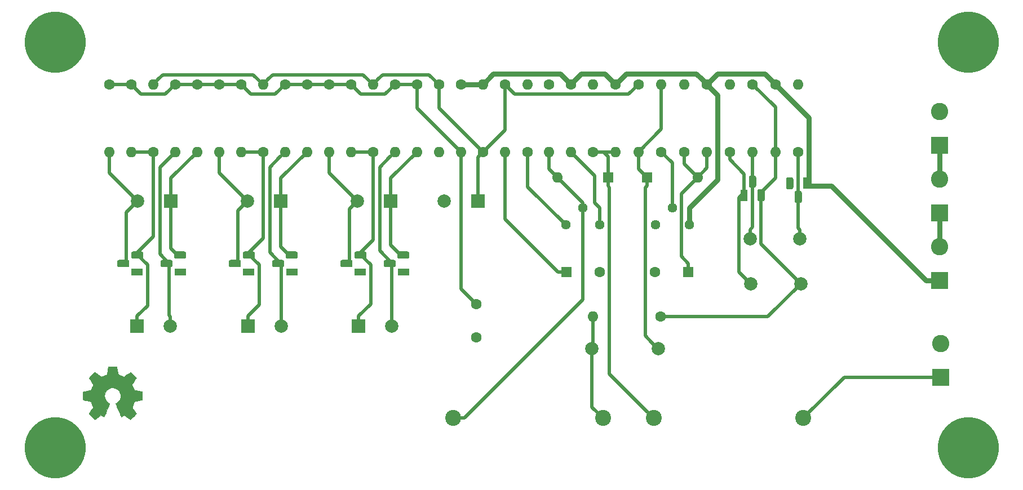
<source format=gbr>
G04 #@! TF.GenerationSoftware,KiCad,Pcbnew,(5.1.0)-1*
G04 #@! TF.CreationDate,2022-08-15T09:48:56-05:00*
G04 #@! TF.ProjectId,surfgen,73757266-6765-46e2-9e6b-696361645f70,rev?*
G04 #@! TF.SameCoordinates,Original*
G04 #@! TF.FileFunction,Copper,L1,Top*
G04 #@! TF.FilePolarity,Positive*
%FSLAX46Y46*%
G04 Gerber Fmt 4.6, Leading zero omitted, Abs format (unit mm)*
G04 Created by KiCad (PCBNEW (5.1.0)-1) date 2022-08-15 09:48:56*
%MOMM*%
%LPD*%
G04 APERTURE LIST*
%ADD10C,0.010000*%
%ADD11C,1.600000*%
%ADD12C,9.200000*%
%ADD13C,2.600000*%
%ADD14R,2.600000X2.600000*%
%ADD15C,2.400000*%
%ADD16O,1.600000X1.600000*%
%ADD17R,1.100000X1.800000*%
%ADD18C,0.100000*%
%ADD19C,1.100000*%
%ADD20R,1.800000X1.100000*%
%ADD21C,1.440000*%
%ADD22R,1.600000X1.600000*%
%ADD23C,2.000000*%
%ADD24R,2.000000X2.000000*%
%ADD25C,0.800000*%
%ADD26C,0.500000*%
G04 APERTURE END LIST*
D10*
G36*
X93964536Y-119790427D02*
G01*
X94077118Y-120387618D01*
X94492531Y-120558865D01*
X94907945Y-120730112D01*
X95406302Y-120391233D01*
X95545869Y-120296877D01*
X95672029Y-120212630D01*
X95778896Y-120142338D01*
X95860583Y-120089847D01*
X95911202Y-120059004D01*
X95924987Y-120052353D01*
X95949821Y-120069458D01*
X96002889Y-120116744D01*
X96078241Y-120188172D01*
X96169930Y-120277700D01*
X96272008Y-120379289D01*
X96378527Y-120486898D01*
X96483537Y-120594487D01*
X96581092Y-120696015D01*
X96665243Y-120785441D01*
X96730041Y-120856726D01*
X96769538Y-120903828D01*
X96778981Y-120919592D01*
X96765392Y-120948653D01*
X96727294Y-121012321D01*
X96668694Y-121104367D01*
X96593598Y-121218564D01*
X96506009Y-121348684D01*
X96455255Y-121422901D01*
X96362746Y-121558422D01*
X96280541Y-121680716D01*
X96212631Y-121783695D01*
X96163001Y-121861273D01*
X96135641Y-121907361D01*
X96131530Y-121917047D01*
X96140850Y-121944574D01*
X96166255Y-122008728D01*
X96203912Y-122100490D01*
X96249987Y-122210839D01*
X96300647Y-122330755D01*
X96352060Y-122451219D01*
X96400390Y-122563209D01*
X96441807Y-122657707D01*
X96472475Y-122725692D01*
X96488562Y-122758143D01*
X96489512Y-122759420D01*
X96514773Y-122765617D01*
X96582046Y-122779440D01*
X96684361Y-122799532D01*
X96814742Y-122824534D01*
X96966217Y-122853086D01*
X97054594Y-122869551D01*
X97216453Y-122900369D01*
X97362650Y-122929694D01*
X97485788Y-122955921D01*
X97578470Y-122977446D01*
X97633302Y-122992665D01*
X97644324Y-122997493D01*
X97655119Y-123030174D01*
X97663830Y-123103985D01*
X97670461Y-123210292D01*
X97675019Y-123340467D01*
X97677510Y-123485876D01*
X97677939Y-123637890D01*
X97676312Y-123787877D01*
X97672636Y-123927206D01*
X97666916Y-124047245D01*
X97659158Y-124139365D01*
X97649369Y-124194932D01*
X97643497Y-124206500D01*
X97608400Y-124220365D01*
X97534029Y-124240188D01*
X97430224Y-124263639D01*
X97306820Y-124288391D01*
X97263742Y-124296398D01*
X97056048Y-124334441D01*
X96891985Y-124365079D01*
X96766131Y-124389529D01*
X96673066Y-124409009D01*
X96607368Y-124424736D01*
X96563618Y-124437928D01*
X96536393Y-124449804D01*
X96520273Y-124461580D01*
X96518018Y-124463908D01*
X96495504Y-124501400D01*
X96461159Y-124574365D01*
X96418412Y-124673867D01*
X96370693Y-124790973D01*
X96321431Y-124916748D01*
X96274056Y-125042257D01*
X96231996Y-125158565D01*
X96198681Y-125256739D01*
X96177542Y-125327843D01*
X96172006Y-125362942D01*
X96172467Y-125364172D01*
X96191224Y-125392861D01*
X96233777Y-125455985D01*
X96295654Y-125546973D01*
X96372383Y-125659255D01*
X96459492Y-125786260D01*
X96484299Y-125822353D01*
X96572753Y-125953203D01*
X96650589Y-126072591D01*
X96713567Y-126173662D01*
X96757446Y-126249559D01*
X96777986Y-126293427D01*
X96778981Y-126298817D01*
X96761723Y-126327144D01*
X96714036Y-126383261D01*
X96642051Y-126461137D01*
X96551898Y-126554740D01*
X96449706Y-126658041D01*
X96341606Y-126765006D01*
X96233729Y-126869606D01*
X96132205Y-126965809D01*
X96043163Y-127047584D01*
X95972734Y-127108900D01*
X95927048Y-127143726D01*
X95914410Y-127149412D01*
X95884992Y-127136020D01*
X95824762Y-127099899D01*
X95743530Y-127047136D01*
X95681031Y-127004667D01*
X95567786Y-126926740D01*
X95433675Y-126834984D01*
X95299156Y-126743375D01*
X95226834Y-126694346D01*
X94982039Y-126528770D01*
X94776551Y-126639875D01*
X94682937Y-126688548D01*
X94603331Y-126726381D01*
X94549468Y-126747958D01*
X94535758Y-126750961D01*
X94519271Y-126728793D01*
X94486746Y-126666149D01*
X94440609Y-126568809D01*
X94383291Y-126442549D01*
X94317217Y-126293150D01*
X94244816Y-126126388D01*
X94168517Y-125948042D01*
X94090747Y-125763891D01*
X94013935Y-125579712D01*
X93940507Y-125401285D01*
X93872893Y-125234387D01*
X93813521Y-125084797D01*
X93764817Y-124958293D01*
X93729211Y-124860654D01*
X93709131Y-124797657D01*
X93705901Y-124776021D01*
X93731497Y-124748424D01*
X93787539Y-124703625D01*
X93862312Y-124650934D01*
X93868588Y-124646765D01*
X94061846Y-124492069D01*
X94217675Y-124311591D01*
X94334725Y-124111102D01*
X94411646Y-123896374D01*
X94447087Y-123673177D01*
X94439698Y-123447281D01*
X94388128Y-123224459D01*
X94291027Y-123010479D01*
X94262459Y-122963664D01*
X94113869Y-122774618D01*
X93938328Y-122622812D01*
X93741911Y-122509034D01*
X93530694Y-122434075D01*
X93310754Y-122398722D01*
X93088164Y-122403767D01*
X92869002Y-122449999D01*
X92659343Y-122538206D01*
X92465262Y-122669179D01*
X92405227Y-122722337D01*
X92252436Y-122888739D01*
X92141098Y-123063912D01*
X92064724Y-123260266D01*
X92022188Y-123454717D01*
X92011687Y-123673342D01*
X92046701Y-123893052D01*
X92123674Y-124106420D01*
X92239048Y-124306022D01*
X92389266Y-124484429D01*
X92570774Y-124634217D01*
X92594628Y-124650006D01*
X92670202Y-124701712D01*
X92727652Y-124746512D01*
X92755118Y-124775117D01*
X92755518Y-124776021D01*
X92749621Y-124806964D01*
X92726246Y-124877191D01*
X92687822Y-124980925D01*
X92636778Y-125112390D01*
X92575543Y-125265807D01*
X92506545Y-125435401D01*
X92432214Y-125615393D01*
X92354979Y-125800008D01*
X92277269Y-125983468D01*
X92201512Y-126159996D01*
X92130138Y-126323814D01*
X92065575Y-126469147D01*
X92010253Y-126590217D01*
X91966601Y-126681247D01*
X91937047Y-126736460D01*
X91925145Y-126750961D01*
X91888778Y-126739669D01*
X91820731Y-126709385D01*
X91732737Y-126665520D01*
X91684351Y-126639875D01*
X91478864Y-126528770D01*
X91234069Y-126694346D01*
X91109107Y-126779170D01*
X90972296Y-126872516D01*
X90844089Y-126960408D01*
X90779872Y-127004667D01*
X90689552Y-127065318D01*
X90613072Y-127113381D01*
X90560408Y-127142770D01*
X90543303Y-127148982D01*
X90518406Y-127132223D01*
X90463306Y-127085436D01*
X90383344Y-127013480D01*
X90283861Y-126921212D01*
X90170201Y-126813490D01*
X90098316Y-126744326D01*
X89972552Y-126620757D01*
X89863864Y-126510234D01*
X89776646Y-126417485D01*
X89715290Y-126347237D01*
X89684192Y-126304220D01*
X89681209Y-126295490D01*
X89695054Y-126262284D01*
X89733313Y-126195142D01*
X89791742Y-126100863D01*
X89866098Y-125986245D01*
X89952136Y-125858083D01*
X89976603Y-125822353D01*
X90065755Y-125692489D01*
X90145739Y-125575569D01*
X90212081Y-125478162D01*
X90260312Y-125406839D01*
X90285958Y-125368170D01*
X90288436Y-125364172D01*
X90284730Y-125333355D01*
X90265062Y-125265599D01*
X90232861Y-125169839D01*
X90191556Y-125055009D01*
X90144576Y-124930044D01*
X90095350Y-124803879D01*
X90047309Y-124685448D01*
X90003882Y-124583685D01*
X89968497Y-124507526D01*
X89944585Y-124465904D01*
X89942885Y-124463908D01*
X89928263Y-124452013D01*
X89903566Y-124440250D01*
X89863373Y-124427401D01*
X89802264Y-124412249D01*
X89714818Y-124393576D01*
X89595613Y-124370165D01*
X89439228Y-124340797D01*
X89240244Y-124304255D01*
X89197161Y-124296398D01*
X89069471Y-124271727D01*
X88958154Y-124247593D01*
X88873046Y-124226324D01*
X88823984Y-124210248D01*
X88817406Y-124206500D01*
X88806565Y-124173273D01*
X88797754Y-124099021D01*
X88790977Y-123992376D01*
X88786241Y-123861967D01*
X88783551Y-123716427D01*
X88782914Y-123564386D01*
X88784335Y-123414476D01*
X88787821Y-123275328D01*
X88793377Y-123155572D01*
X88801009Y-123063841D01*
X88810723Y-123008766D01*
X88816579Y-122997493D01*
X88849181Y-122986123D01*
X88923419Y-122967624D01*
X89031897Y-122943602D01*
X89167218Y-122915662D01*
X89321986Y-122885408D01*
X89406308Y-122869551D01*
X89566297Y-122839644D01*
X89708968Y-122812550D01*
X89827349Y-122789631D01*
X89914466Y-122772243D01*
X89963346Y-122761747D01*
X89971391Y-122759420D01*
X89984988Y-122733186D01*
X90013730Y-122669995D01*
X90053786Y-122578877D01*
X90101325Y-122468857D01*
X90152516Y-122348965D01*
X90203527Y-122228227D01*
X90250527Y-122115671D01*
X90289685Y-122020326D01*
X90317170Y-121951217D01*
X90329150Y-121917374D01*
X90329373Y-121915895D01*
X90315792Y-121889197D01*
X90277716Y-121827760D01*
X90219148Y-121737689D01*
X90144089Y-121625090D01*
X90056541Y-121496070D01*
X90005648Y-121421961D01*
X89912910Y-121286077D01*
X89830542Y-121162709D01*
X89762562Y-121058097D01*
X89712989Y-120978483D01*
X89685843Y-120930107D01*
X89681922Y-120919262D01*
X89698776Y-120894020D01*
X89745369Y-120840124D01*
X89815749Y-120763613D01*
X89903966Y-120670523D01*
X90004066Y-120566895D01*
X90110099Y-120458764D01*
X90216112Y-120352170D01*
X90316153Y-120253150D01*
X90404271Y-120167742D01*
X90474514Y-120101985D01*
X90520929Y-120061916D01*
X90536457Y-120052353D01*
X90561740Y-120065800D01*
X90622212Y-120103575D01*
X90711993Y-120161835D01*
X90825204Y-120236734D01*
X90955964Y-120324425D01*
X91054600Y-120391233D01*
X91552958Y-120730112D01*
X91968371Y-120558865D01*
X92383785Y-120387618D01*
X92496367Y-119790427D01*
X92608950Y-119193235D01*
X93851953Y-119193235D01*
X93964536Y-119790427D01*
X93964536Y-119790427D01*
G37*
X93964536Y-119790427D02*
X94077118Y-120387618D01*
X94492531Y-120558865D01*
X94907945Y-120730112D01*
X95406302Y-120391233D01*
X95545869Y-120296877D01*
X95672029Y-120212630D01*
X95778896Y-120142338D01*
X95860583Y-120089847D01*
X95911202Y-120059004D01*
X95924987Y-120052353D01*
X95949821Y-120069458D01*
X96002889Y-120116744D01*
X96078241Y-120188172D01*
X96169930Y-120277700D01*
X96272008Y-120379289D01*
X96378527Y-120486898D01*
X96483537Y-120594487D01*
X96581092Y-120696015D01*
X96665243Y-120785441D01*
X96730041Y-120856726D01*
X96769538Y-120903828D01*
X96778981Y-120919592D01*
X96765392Y-120948653D01*
X96727294Y-121012321D01*
X96668694Y-121104367D01*
X96593598Y-121218564D01*
X96506009Y-121348684D01*
X96455255Y-121422901D01*
X96362746Y-121558422D01*
X96280541Y-121680716D01*
X96212631Y-121783695D01*
X96163001Y-121861273D01*
X96135641Y-121907361D01*
X96131530Y-121917047D01*
X96140850Y-121944574D01*
X96166255Y-122008728D01*
X96203912Y-122100490D01*
X96249987Y-122210839D01*
X96300647Y-122330755D01*
X96352060Y-122451219D01*
X96400390Y-122563209D01*
X96441807Y-122657707D01*
X96472475Y-122725692D01*
X96488562Y-122758143D01*
X96489512Y-122759420D01*
X96514773Y-122765617D01*
X96582046Y-122779440D01*
X96684361Y-122799532D01*
X96814742Y-122824534D01*
X96966217Y-122853086D01*
X97054594Y-122869551D01*
X97216453Y-122900369D01*
X97362650Y-122929694D01*
X97485788Y-122955921D01*
X97578470Y-122977446D01*
X97633302Y-122992665D01*
X97644324Y-122997493D01*
X97655119Y-123030174D01*
X97663830Y-123103985D01*
X97670461Y-123210292D01*
X97675019Y-123340467D01*
X97677510Y-123485876D01*
X97677939Y-123637890D01*
X97676312Y-123787877D01*
X97672636Y-123927206D01*
X97666916Y-124047245D01*
X97659158Y-124139365D01*
X97649369Y-124194932D01*
X97643497Y-124206500D01*
X97608400Y-124220365D01*
X97534029Y-124240188D01*
X97430224Y-124263639D01*
X97306820Y-124288391D01*
X97263742Y-124296398D01*
X97056048Y-124334441D01*
X96891985Y-124365079D01*
X96766131Y-124389529D01*
X96673066Y-124409009D01*
X96607368Y-124424736D01*
X96563618Y-124437928D01*
X96536393Y-124449804D01*
X96520273Y-124461580D01*
X96518018Y-124463908D01*
X96495504Y-124501400D01*
X96461159Y-124574365D01*
X96418412Y-124673867D01*
X96370693Y-124790973D01*
X96321431Y-124916748D01*
X96274056Y-125042257D01*
X96231996Y-125158565D01*
X96198681Y-125256739D01*
X96177542Y-125327843D01*
X96172006Y-125362942D01*
X96172467Y-125364172D01*
X96191224Y-125392861D01*
X96233777Y-125455985D01*
X96295654Y-125546973D01*
X96372383Y-125659255D01*
X96459492Y-125786260D01*
X96484299Y-125822353D01*
X96572753Y-125953203D01*
X96650589Y-126072591D01*
X96713567Y-126173662D01*
X96757446Y-126249559D01*
X96777986Y-126293427D01*
X96778981Y-126298817D01*
X96761723Y-126327144D01*
X96714036Y-126383261D01*
X96642051Y-126461137D01*
X96551898Y-126554740D01*
X96449706Y-126658041D01*
X96341606Y-126765006D01*
X96233729Y-126869606D01*
X96132205Y-126965809D01*
X96043163Y-127047584D01*
X95972734Y-127108900D01*
X95927048Y-127143726D01*
X95914410Y-127149412D01*
X95884992Y-127136020D01*
X95824762Y-127099899D01*
X95743530Y-127047136D01*
X95681031Y-127004667D01*
X95567786Y-126926740D01*
X95433675Y-126834984D01*
X95299156Y-126743375D01*
X95226834Y-126694346D01*
X94982039Y-126528770D01*
X94776551Y-126639875D01*
X94682937Y-126688548D01*
X94603331Y-126726381D01*
X94549468Y-126747958D01*
X94535758Y-126750961D01*
X94519271Y-126728793D01*
X94486746Y-126666149D01*
X94440609Y-126568809D01*
X94383291Y-126442549D01*
X94317217Y-126293150D01*
X94244816Y-126126388D01*
X94168517Y-125948042D01*
X94090747Y-125763891D01*
X94013935Y-125579712D01*
X93940507Y-125401285D01*
X93872893Y-125234387D01*
X93813521Y-125084797D01*
X93764817Y-124958293D01*
X93729211Y-124860654D01*
X93709131Y-124797657D01*
X93705901Y-124776021D01*
X93731497Y-124748424D01*
X93787539Y-124703625D01*
X93862312Y-124650934D01*
X93868588Y-124646765D01*
X94061846Y-124492069D01*
X94217675Y-124311591D01*
X94334725Y-124111102D01*
X94411646Y-123896374D01*
X94447087Y-123673177D01*
X94439698Y-123447281D01*
X94388128Y-123224459D01*
X94291027Y-123010479D01*
X94262459Y-122963664D01*
X94113869Y-122774618D01*
X93938328Y-122622812D01*
X93741911Y-122509034D01*
X93530694Y-122434075D01*
X93310754Y-122398722D01*
X93088164Y-122403767D01*
X92869002Y-122449999D01*
X92659343Y-122538206D01*
X92465262Y-122669179D01*
X92405227Y-122722337D01*
X92252436Y-122888739D01*
X92141098Y-123063912D01*
X92064724Y-123260266D01*
X92022188Y-123454717D01*
X92011687Y-123673342D01*
X92046701Y-123893052D01*
X92123674Y-124106420D01*
X92239048Y-124306022D01*
X92389266Y-124484429D01*
X92570774Y-124634217D01*
X92594628Y-124650006D01*
X92670202Y-124701712D01*
X92727652Y-124746512D01*
X92755118Y-124775117D01*
X92755518Y-124776021D01*
X92749621Y-124806964D01*
X92726246Y-124877191D01*
X92687822Y-124980925D01*
X92636778Y-125112390D01*
X92575543Y-125265807D01*
X92506545Y-125435401D01*
X92432214Y-125615393D01*
X92354979Y-125800008D01*
X92277269Y-125983468D01*
X92201512Y-126159996D01*
X92130138Y-126323814D01*
X92065575Y-126469147D01*
X92010253Y-126590217D01*
X91966601Y-126681247D01*
X91937047Y-126736460D01*
X91925145Y-126750961D01*
X91888778Y-126739669D01*
X91820731Y-126709385D01*
X91732737Y-126665520D01*
X91684351Y-126639875D01*
X91478864Y-126528770D01*
X91234069Y-126694346D01*
X91109107Y-126779170D01*
X90972296Y-126872516D01*
X90844089Y-126960408D01*
X90779872Y-127004667D01*
X90689552Y-127065318D01*
X90613072Y-127113381D01*
X90560408Y-127142770D01*
X90543303Y-127148982D01*
X90518406Y-127132223D01*
X90463306Y-127085436D01*
X90383344Y-127013480D01*
X90283861Y-126921212D01*
X90170201Y-126813490D01*
X90098316Y-126744326D01*
X89972552Y-126620757D01*
X89863864Y-126510234D01*
X89776646Y-126417485D01*
X89715290Y-126347237D01*
X89684192Y-126304220D01*
X89681209Y-126295490D01*
X89695054Y-126262284D01*
X89733313Y-126195142D01*
X89791742Y-126100863D01*
X89866098Y-125986245D01*
X89952136Y-125858083D01*
X89976603Y-125822353D01*
X90065755Y-125692489D01*
X90145739Y-125575569D01*
X90212081Y-125478162D01*
X90260312Y-125406839D01*
X90285958Y-125368170D01*
X90288436Y-125364172D01*
X90284730Y-125333355D01*
X90265062Y-125265599D01*
X90232861Y-125169839D01*
X90191556Y-125055009D01*
X90144576Y-124930044D01*
X90095350Y-124803879D01*
X90047309Y-124685448D01*
X90003882Y-124583685D01*
X89968497Y-124507526D01*
X89944585Y-124465904D01*
X89942885Y-124463908D01*
X89928263Y-124452013D01*
X89903566Y-124440250D01*
X89863373Y-124427401D01*
X89802264Y-124412249D01*
X89714818Y-124393576D01*
X89595613Y-124370165D01*
X89439228Y-124340797D01*
X89240244Y-124304255D01*
X89197161Y-124296398D01*
X89069471Y-124271727D01*
X88958154Y-124247593D01*
X88873046Y-124226324D01*
X88823984Y-124210248D01*
X88817406Y-124206500D01*
X88806565Y-124173273D01*
X88797754Y-124099021D01*
X88790977Y-123992376D01*
X88786241Y-123861967D01*
X88783551Y-123716427D01*
X88782914Y-123564386D01*
X88784335Y-123414476D01*
X88787821Y-123275328D01*
X88793377Y-123155572D01*
X88801009Y-123063841D01*
X88810723Y-123008766D01*
X88816579Y-122997493D01*
X88849181Y-122986123D01*
X88923419Y-122967624D01*
X89031897Y-122943602D01*
X89167218Y-122915662D01*
X89321986Y-122885408D01*
X89406308Y-122869551D01*
X89566297Y-122839644D01*
X89708968Y-122812550D01*
X89827349Y-122789631D01*
X89914466Y-122772243D01*
X89963346Y-122761747D01*
X89971391Y-122759420D01*
X89984988Y-122733186D01*
X90013730Y-122669995D01*
X90053786Y-122578877D01*
X90101325Y-122468857D01*
X90152516Y-122348965D01*
X90203527Y-122228227D01*
X90250527Y-122115671D01*
X90289685Y-122020326D01*
X90317170Y-121951217D01*
X90329150Y-121917374D01*
X90329373Y-121915895D01*
X90315792Y-121889197D01*
X90277716Y-121827760D01*
X90219148Y-121737689D01*
X90144089Y-121625090D01*
X90056541Y-121496070D01*
X90005648Y-121421961D01*
X89912910Y-121286077D01*
X89830542Y-121162709D01*
X89762562Y-121058097D01*
X89712989Y-120978483D01*
X89685843Y-120930107D01*
X89681922Y-120919262D01*
X89698776Y-120894020D01*
X89745369Y-120840124D01*
X89815749Y-120763613D01*
X89903966Y-120670523D01*
X90004066Y-120566895D01*
X90110099Y-120458764D01*
X90216112Y-120352170D01*
X90316153Y-120253150D01*
X90404271Y-120167742D01*
X90474514Y-120101985D01*
X90520929Y-120061916D01*
X90536457Y-120052353D01*
X90561740Y-120065800D01*
X90622212Y-120103575D01*
X90711993Y-120161835D01*
X90825204Y-120236734D01*
X90955964Y-120324425D01*
X91054600Y-120391233D01*
X91552958Y-120730112D01*
X91968371Y-120558865D01*
X92383785Y-120387618D01*
X92496367Y-119790427D01*
X92608950Y-119193235D01*
X93851953Y-119193235D01*
X93964536Y-119790427D01*
D11*
X147828000Y-114829600D03*
X147828000Y-109829600D03*
D12*
X84582000Y-131419600D03*
X84582000Y-70459600D03*
X221742000Y-70459600D03*
X221742000Y-131419600D03*
D13*
X217614500Y-115735100D03*
D14*
X217614500Y-120815100D03*
D15*
X196998000Y-126974600D03*
X174498000Y-126974600D03*
X144378000Y-126974600D03*
X166878000Y-126974600D03*
D11*
X148844000Y-86969600D03*
D16*
X148844000Y-76809600D03*
X162052000Y-86969600D03*
D11*
X162052000Y-76809600D03*
D16*
X145542000Y-86969600D03*
D11*
X145542000Y-76809600D03*
D16*
X165354000Y-76809600D03*
D11*
X165354000Y-86969600D03*
X168783000Y-76809600D03*
D16*
X168783000Y-86969600D03*
D11*
X158750000Y-76809600D03*
D16*
X158750000Y-86969600D03*
D11*
X155575000Y-86969600D03*
D16*
X155575000Y-76809600D03*
D11*
X179070000Y-86969600D03*
D16*
X179070000Y-76809600D03*
D11*
X182499000Y-76809600D03*
D16*
X182499000Y-86969600D03*
D11*
X175514000Y-111734600D03*
D16*
X165354000Y-111734600D03*
D11*
X175641000Y-86969600D03*
D16*
X175641000Y-76809600D03*
D11*
X185928000Y-86969600D03*
D16*
X185928000Y-76809600D03*
D11*
X192786000Y-76809600D03*
D16*
X192786000Y-86969600D03*
D11*
X189357000Y-76809600D03*
D16*
X189357000Y-86969600D03*
D11*
X196215000Y-86969600D03*
D16*
X196215000Y-76809600D03*
X142240000Y-86969600D03*
D11*
X142240000Y-76809600D03*
X152146000Y-76809600D03*
D16*
X152146000Y-86969600D03*
D11*
X172212000Y-76809600D03*
D16*
X172212000Y-86969600D03*
D11*
X132334000Y-86969600D03*
D16*
X132334000Y-76809600D03*
D11*
X115824000Y-86969600D03*
D16*
X115824000Y-76809600D03*
D11*
X99314000Y-86969600D03*
D16*
X99314000Y-76809600D03*
D11*
X129032000Y-76809600D03*
D16*
X129032000Y-86969600D03*
D11*
X125730000Y-76809600D03*
D16*
X125730000Y-86969600D03*
D11*
X135636000Y-76809600D03*
D16*
X135636000Y-86969600D03*
D11*
X138938000Y-76809600D03*
D16*
X138938000Y-86969600D03*
D11*
X112522000Y-76809600D03*
D16*
X112522000Y-86969600D03*
D11*
X109220000Y-76809600D03*
D16*
X109220000Y-86969600D03*
D11*
X119126000Y-76809600D03*
D16*
X119126000Y-86969600D03*
D11*
X122428000Y-76809600D03*
D16*
X122428000Y-86969600D03*
D11*
X96012000Y-76809600D03*
D16*
X96012000Y-86969600D03*
D11*
X92710000Y-76809600D03*
D16*
X92710000Y-86969600D03*
D11*
X102616000Y-76809600D03*
D16*
X102616000Y-86969600D03*
D11*
X105918000Y-76809600D03*
D16*
X105918000Y-86969600D03*
D17*
X188087000Y-93465600D03*
D18*
G36*
X190928955Y-92566924D02*
G01*
X190955650Y-92570884D01*
X190981828Y-92577441D01*
X191007238Y-92586533D01*
X191031634Y-92598072D01*
X191054782Y-92611946D01*
X191076458Y-92628022D01*
X191096454Y-92646146D01*
X191114578Y-92666142D01*
X191130654Y-92687818D01*
X191144528Y-92710966D01*
X191156067Y-92735362D01*
X191165159Y-92760772D01*
X191171716Y-92786950D01*
X191175676Y-92813645D01*
X191177000Y-92840600D01*
X191177000Y-94090600D01*
X191175676Y-94117555D01*
X191171716Y-94144250D01*
X191165159Y-94170428D01*
X191156067Y-94195838D01*
X191144528Y-94220234D01*
X191130654Y-94243382D01*
X191114578Y-94265058D01*
X191096454Y-94285054D01*
X191076458Y-94303178D01*
X191054782Y-94319254D01*
X191031634Y-94333128D01*
X191007238Y-94344667D01*
X190981828Y-94353759D01*
X190955650Y-94360316D01*
X190928955Y-94364276D01*
X190902000Y-94365600D01*
X190352000Y-94365600D01*
X190325045Y-94364276D01*
X190298350Y-94360316D01*
X190272172Y-94353759D01*
X190246762Y-94344667D01*
X190222366Y-94333128D01*
X190199218Y-94319254D01*
X190177542Y-94303178D01*
X190157546Y-94285054D01*
X190139422Y-94265058D01*
X190123346Y-94243382D01*
X190109472Y-94220234D01*
X190097933Y-94195838D01*
X190088841Y-94170428D01*
X190082284Y-94144250D01*
X190078324Y-94117555D01*
X190077000Y-94090600D01*
X190077000Y-92840600D01*
X190078324Y-92813645D01*
X190082284Y-92786950D01*
X190088841Y-92760772D01*
X190097933Y-92735362D01*
X190109472Y-92710966D01*
X190123346Y-92687818D01*
X190139422Y-92666142D01*
X190157546Y-92646146D01*
X190177542Y-92628022D01*
X190199218Y-92611946D01*
X190222366Y-92598072D01*
X190246762Y-92586533D01*
X190272172Y-92577441D01*
X190298350Y-92570884D01*
X190325045Y-92566924D01*
X190352000Y-92565600D01*
X190902000Y-92565600D01*
X190928955Y-92566924D01*
X190928955Y-92566924D01*
G37*
D19*
X190627000Y-93465600D03*
D18*
G36*
X189658955Y-90496924D02*
G01*
X189685650Y-90500884D01*
X189711828Y-90507441D01*
X189737238Y-90516533D01*
X189761634Y-90528072D01*
X189784782Y-90541946D01*
X189806458Y-90558022D01*
X189826454Y-90576146D01*
X189844578Y-90596142D01*
X189860654Y-90617818D01*
X189874528Y-90640966D01*
X189886067Y-90665362D01*
X189895159Y-90690772D01*
X189901716Y-90716950D01*
X189905676Y-90743645D01*
X189907000Y-90770600D01*
X189907000Y-92020600D01*
X189905676Y-92047555D01*
X189901716Y-92074250D01*
X189895159Y-92100428D01*
X189886067Y-92125838D01*
X189874528Y-92150234D01*
X189860654Y-92173382D01*
X189844578Y-92195058D01*
X189826454Y-92215054D01*
X189806458Y-92233178D01*
X189784782Y-92249254D01*
X189761634Y-92263128D01*
X189737238Y-92274667D01*
X189711828Y-92283759D01*
X189685650Y-92290316D01*
X189658955Y-92294276D01*
X189632000Y-92295600D01*
X189082000Y-92295600D01*
X189055045Y-92294276D01*
X189028350Y-92290316D01*
X189002172Y-92283759D01*
X188976762Y-92274667D01*
X188952366Y-92263128D01*
X188929218Y-92249254D01*
X188907542Y-92233178D01*
X188887546Y-92215054D01*
X188869422Y-92195058D01*
X188853346Y-92173382D01*
X188839472Y-92150234D01*
X188827933Y-92125838D01*
X188818841Y-92100428D01*
X188812284Y-92074250D01*
X188808324Y-92047555D01*
X188807000Y-92020600D01*
X188807000Y-90770600D01*
X188808324Y-90743645D01*
X188812284Y-90716950D01*
X188818841Y-90690772D01*
X188827933Y-90665362D01*
X188839472Y-90640966D01*
X188853346Y-90617818D01*
X188869422Y-90596142D01*
X188887546Y-90576146D01*
X188907542Y-90558022D01*
X188929218Y-90541946D01*
X188952366Y-90528072D01*
X188976762Y-90516533D01*
X189002172Y-90507441D01*
X189028350Y-90500884D01*
X189055045Y-90496924D01*
X189082000Y-90495600D01*
X189632000Y-90495600D01*
X189658955Y-90496924D01*
X189658955Y-90496924D01*
G37*
D19*
X189357000Y-91395600D03*
D17*
X197485000Y-91649600D03*
D18*
G36*
X195246955Y-90750924D02*
G01*
X195273650Y-90754884D01*
X195299828Y-90761441D01*
X195325238Y-90770533D01*
X195349634Y-90782072D01*
X195372782Y-90795946D01*
X195394458Y-90812022D01*
X195414454Y-90830146D01*
X195432578Y-90850142D01*
X195448654Y-90871818D01*
X195462528Y-90894966D01*
X195474067Y-90919362D01*
X195483159Y-90944772D01*
X195489716Y-90970950D01*
X195493676Y-90997645D01*
X195495000Y-91024600D01*
X195495000Y-92274600D01*
X195493676Y-92301555D01*
X195489716Y-92328250D01*
X195483159Y-92354428D01*
X195474067Y-92379838D01*
X195462528Y-92404234D01*
X195448654Y-92427382D01*
X195432578Y-92449058D01*
X195414454Y-92469054D01*
X195394458Y-92487178D01*
X195372782Y-92503254D01*
X195349634Y-92517128D01*
X195325238Y-92528667D01*
X195299828Y-92537759D01*
X195273650Y-92544316D01*
X195246955Y-92548276D01*
X195220000Y-92549600D01*
X194670000Y-92549600D01*
X194643045Y-92548276D01*
X194616350Y-92544316D01*
X194590172Y-92537759D01*
X194564762Y-92528667D01*
X194540366Y-92517128D01*
X194517218Y-92503254D01*
X194495542Y-92487178D01*
X194475546Y-92469054D01*
X194457422Y-92449058D01*
X194441346Y-92427382D01*
X194427472Y-92404234D01*
X194415933Y-92379838D01*
X194406841Y-92354428D01*
X194400284Y-92328250D01*
X194396324Y-92301555D01*
X194395000Y-92274600D01*
X194395000Y-91024600D01*
X194396324Y-90997645D01*
X194400284Y-90970950D01*
X194406841Y-90944772D01*
X194415933Y-90919362D01*
X194427472Y-90894966D01*
X194441346Y-90871818D01*
X194457422Y-90850142D01*
X194475546Y-90830146D01*
X194495542Y-90812022D01*
X194517218Y-90795946D01*
X194540366Y-90782072D01*
X194564762Y-90770533D01*
X194590172Y-90761441D01*
X194616350Y-90754884D01*
X194643045Y-90750924D01*
X194670000Y-90749600D01*
X195220000Y-90749600D01*
X195246955Y-90750924D01*
X195246955Y-90750924D01*
G37*
D19*
X194945000Y-91649600D03*
D18*
G36*
X196516955Y-92820924D02*
G01*
X196543650Y-92824884D01*
X196569828Y-92831441D01*
X196595238Y-92840533D01*
X196619634Y-92852072D01*
X196642782Y-92865946D01*
X196664458Y-92882022D01*
X196684454Y-92900146D01*
X196702578Y-92920142D01*
X196718654Y-92941818D01*
X196732528Y-92964966D01*
X196744067Y-92989362D01*
X196753159Y-93014772D01*
X196759716Y-93040950D01*
X196763676Y-93067645D01*
X196765000Y-93094600D01*
X196765000Y-94344600D01*
X196763676Y-94371555D01*
X196759716Y-94398250D01*
X196753159Y-94424428D01*
X196744067Y-94449838D01*
X196732528Y-94474234D01*
X196718654Y-94497382D01*
X196702578Y-94519058D01*
X196684454Y-94539054D01*
X196664458Y-94557178D01*
X196642782Y-94573254D01*
X196619634Y-94587128D01*
X196595238Y-94598667D01*
X196569828Y-94607759D01*
X196543650Y-94614316D01*
X196516955Y-94618276D01*
X196490000Y-94619600D01*
X195940000Y-94619600D01*
X195913045Y-94618276D01*
X195886350Y-94614316D01*
X195860172Y-94607759D01*
X195834762Y-94598667D01*
X195810366Y-94587128D01*
X195787218Y-94573254D01*
X195765542Y-94557178D01*
X195745546Y-94539054D01*
X195727422Y-94519058D01*
X195711346Y-94497382D01*
X195697472Y-94474234D01*
X195685933Y-94449838D01*
X195676841Y-94424428D01*
X195670284Y-94398250D01*
X195666324Y-94371555D01*
X195665000Y-94344600D01*
X195665000Y-93094600D01*
X195666324Y-93067645D01*
X195670284Y-93040950D01*
X195676841Y-93014772D01*
X195685933Y-92989362D01*
X195697472Y-92964966D01*
X195711346Y-92941818D01*
X195727422Y-92920142D01*
X195745546Y-92900146D01*
X195765542Y-92882022D01*
X195787218Y-92865946D01*
X195810366Y-92852072D01*
X195834762Y-92840533D01*
X195860172Y-92831441D01*
X195886350Y-92824884D01*
X195913045Y-92820924D01*
X195940000Y-92819600D01*
X196490000Y-92819600D01*
X196516955Y-92820924D01*
X196516955Y-92820924D01*
G37*
D19*
X196215000Y-93719600D03*
D20*
X130448000Y-105003600D03*
D18*
G36*
X131099955Y-101914924D02*
G01*
X131126650Y-101918884D01*
X131152828Y-101925441D01*
X131178238Y-101934533D01*
X131202634Y-101946072D01*
X131225782Y-101959946D01*
X131247458Y-101976022D01*
X131267454Y-101994146D01*
X131285578Y-102014142D01*
X131301654Y-102035818D01*
X131315528Y-102058966D01*
X131327067Y-102083362D01*
X131336159Y-102108772D01*
X131342716Y-102134950D01*
X131346676Y-102161645D01*
X131348000Y-102188600D01*
X131348000Y-102738600D01*
X131346676Y-102765555D01*
X131342716Y-102792250D01*
X131336159Y-102818428D01*
X131327067Y-102843838D01*
X131315528Y-102868234D01*
X131301654Y-102891382D01*
X131285578Y-102913058D01*
X131267454Y-102933054D01*
X131247458Y-102951178D01*
X131225782Y-102967254D01*
X131202634Y-102981128D01*
X131178238Y-102992667D01*
X131152828Y-103001759D01*
X131126650Y-103008316D01*
X131099955Y-103012276D01*
X131073000Y-103013600D01*
X129823000Y-103013600D01*
X129796045Y-103012276D01*
X129769350Y-103008316D01*
X129743172Y-103001759D01*
X129717762Y-102992667D01*
X129693366Y-102981128D01*
X129670218Y-102967254D01*
X129648542Y-102951178D01*
X129628546Y-102933054D01*
X129610422Y-102913058D01*
X129594346Y-102891382D01*
X129580472Y-102868234D01*
X129568933Y-102843838D01*
X129559841Y-102818428D01*
X129553284Y-102792250D01*
X129549324Y-102765555D01*
X129548000Y-102738600D01*
X129548000Y-102188600D01*
X129549324Y-102161645D01*
X129553284Y-102134950D01*
X129559841Y-102108772D01*
X129568933Y-102083362D01*
X129580472Y-102058966D01*
X129594346Y-102035818D01*
X129610422Y-102014142D01*
X129628546Y-101994146D01*
X129648542Y-101976022D01*
X129670218Y-101959946D01*
X129693366Y-101946072D01*
X129717762Y-101934533D01*
X129743172Y-101925441D01*
X129769350Y-101918884D01*
X129796045Y-101914924D01*
X129823000Y-101913600D01*
X131073000Y-101913600D01*
X131099955Y-101914924D01*
X131099955Y-101914924D01*
G37*
D19*
X130448000Y-102463600D03*
D18*
G36*
X129029955Y-103184924D02*
G01*
X129056650Y-103188884D01*
X129082828Y-103195441D01*
X129108238Y-103204533D01*
X129132634Y-103216072D01*
X129155782Y-103229946D01*
X129177458Y-103246022D01*
X129197454Y-103264146D01*
X129215578Y-103284142D01*
X129231654Y-103305818D01*
X129245528Y-103328966D01*
X129257067Y-103353362D01*
X129266159Y-103378772D01*
X129272716Y-103404950D01*
X129276676Y-103431645D01*
X129278000Y-103458600D01*
X129278000Y-104008600D01*
X129276676Y-104035555D01*
X129272716Y-104062250D01*
X129266159Y-104088428D01*
X129257067Y-104113838D01*
X129245528Y-104138234D01*
X129231654Y-104161382D01*
X129215578Y-104183058D01*
X129197454Y-104203054D01*
X129177458Y-104221178D01*
X129155782Y-104237254D01*
X129132634Y-104251128D01*
X129108238Y-104262667D01*
X129082828Y-104271759D01*
X129056650Y-104278316D01*
X129029955Y-104282276D01*
X129003000Y-104283600D01*
X127753000Y-104283600D01*
X127726045Y-104282276D01*
X127699350Y-104278316D01*
X127673172Y-104271759D01*
X127647762Y-104262667D01*
X127623366Y-104251128D01*
X127600218Y-104237254D01*
X127578542Y-104221178D01*
X127558546Y-104203054D01*
X127540422Y-104183058D01*
X127524346Y-104161382D01*
X127510472Y-104138234D01*
X127498933Y-104113838D01*
X127489841Y-104088428D01*
X127483284Y-104062250D01*
X127479324Y-104035555D01*
X127478000Y-104008600D01*
X127478000Y-103458600D01*
X127479324Y-103431645D01*
X127483284Y-103404950D01*
X127489841Y-103378772D01*
X127498933Y-103353362D01*
X127510472Y-103328966D01*
X127524346Y-103305818D01*
X127540422Y-103284142D01*
X127558546Y-103264146D01*
X127578542Y-103246022D01*
X127600218Y-103229946D01*
X127623366Y-103216072D01*
X127647762Y-103204533D01*
X127673172Y-103195441D01*
X127699350Y-103188884D01*
X127726045Y-103184924D01*
X127753000Y-103183600D01*
X129003000Y-103183600D01*
X129029955Y-103184924D01*
X129029955Y-103184924D01*
G37*
D19*
X128378000Y-103733600D03*
D20*
X136925000Y-105003600D03*
D18*
G36*
X137576955Y-101914924D02*
G01*
X137603650Y-101918884D01*
X137629828Y-101925441D01*
X137655238Y-101934533D01*
X137679634Y-101946072D01*
X137702782Y-101959946D01*
X137724458Y-101976022D01*
X137744454Y-101994146D01*
X137762578Y-102014142D01*
X137778654Y-102035818D01*
X137792528Y-102058966D01*
X137804067Y-102083362D01*
X137813159Y-102108772D01*
X137819716Y-102134950D01*
X137823676Y-102161645D01*
X137825000Y-102188600D01*
X137825000Y-102738600D01*
X137823676Y-102765555D01*
X137819716Y-102792250D01*
X137813159Y-102818428D01*
X137804067Y-102843838D01*
X137792528Y-102868234D01*
X137778654Y-102891382D01*
X137762578Y-102913058D01*
X137744454Y-102933054D01*
X137724458Y-102951178D01*
X137702782Y-102967254D01*
X137679634Y-102981128D01*
X137655238Y-102992667D01*
X137629828Y-103001759D01*
X137603650Y-103008316D01*
X137576955Y-103012276D01*
X137550000Y-103013600D01*
X136300000Y-103013600D01*
X136273045Y-103012276D01*
X136246350Y-103008316D01*
X136220172Y-103001759D01*
X136194762Y-102992667D01*
X136170366Y-102981128D01*
X136147218Y-102967254D01*
X136125542Y-102951178D01*
X136105546Y-102933054D01*
X136087422Y-102913058D01*
X136071346Y-102891382D01*
X136057472Y-102868234D01*
X136045933Y-102843838D01*
X136036841Y-102818428D01*
X136030284Y-102792250D01*
X136026324Y-102765555D01*
X136025000Y-102738600D01*
X136025000Y-102188600D01*
X136026324Y-102161645D01*
X136030284Y-102134950D01*
X136036841Y-102108772D01*
X136045933Y-102083362D01*
X136057472Y-102058966D01*
X136071346Y-102035818D01*
X136087422Y-102014142D01*
X136105546Y-101994146D01*
X136125542Y-101976022D01*
X136147218Y-101959946D01*
X136170366Y-101946072D01*
X136194762Y-101934533D01*
X136220172Y-101925441D01*
X136246350Y-101918884D01*
X136273045Y-101914924D01*
X136300000Y-101913600D01*
X137550000Y-101913600D01*
X137576955Y-101914924D01*
X137576955Y-101914924D01*
G37*
D19*
X136925000Y-102463600D03*
D18*
G36*
X135506955Y-103184924D02*
G01*
X135533650Y-103188884D01*
X135559828Y-103195441D01*
X135585238Y-103204533D01*
X135609634Y-103216072D01*
X135632782Y-103229946D01*
X135654458Y-103246022D01*
X135674454Y-103264146D01*
X135692578Y-103284142D01*
X135708654Y-103305818D01*
X135722528Y-103328966D01*
X135734067Y-103353362D01*
X135743159Y-103378772D01*
X135749716Y-103404950D01*
X135753676Y-103431645D01*
X135755000Y-103458600D01*
X135755000Y-104008600D01*
X135753676Y-104035555D01*
X135749716Y-104062250D01*
X135743159Y-104088428D01*
X135734067Y-104113838D01*
X135722528Y-104138234D01*
X135708654Y-104161382D01*
X135692578Y-104183058D01*
X135674454Y-104203054D01*
X135654458Y-104221178D01*
X135632782Y-104237254D01*
X135609634Y-104251128D01*
X135585238Y-104262667D01*
X135559828Y-104271759D01*
X135533650Y-104278316D01*
X135506955Y-104282276D01*
X135480000Y-104283600D01*
X134230000Y-104283600D01*
X134203045Y-104282276D01*
X134176350Y-104278316D01*
X134150172Y-104271759D01*
X134124762Y-104262667D01*
X134100366Y-104251128D01*
X134077218Y-104237254D01*
X134055542Y-104221178D01*
X134035546Y-104203054D01*
X134017422Y-104183058D01*
X134001346Y-104161382D01*
X133987472Y-104138234D01*
X133975933Y-104113838D01*
X133966841Y-104088428D01*
X133960284Y-104062250D01*
X133956324Y-104035555D01*
X133955000Y-104008600D01*
X133955000Y-103458600D01*
X133956324Y-103431645D01*
X133960284Y-103404950D01*
X133966841Y-103378772D01*
X133975933Y-103353362D01*
X133987472Y-103328966D01*
X134001346Y-103305818D01*
X134017422Y-103284142D01*
X134035546Y-103264146D01*
X134055542Y-103246022D01*
X134077218Y-103229946D01*
X134100366Y-103216072D01*
X134124762Y-103204533D01*
X134150172Y-103195441D01*
X134176350Y-103188884D01*
X134203045Y-103184924D01*
X134230000Y-103183600D01*
X135480000Y-103183600D01*
X135506955Y-103184924D01*
X135506955Y-103184924D01*
G37*
D19*
X134855000Y-103733600D03*
D20*
X113684000Y-105003600D03*
D18*
G36*
X114335955Y-101914924D02*
G01*
X114362650Y-101918884D01*
X114388828Y-101925441D01*
X114414238Y-101934533D01*
X114438634Y-101946072D01*
X114461782Y-101959946D01*
X114483458Y-101976022D01*
X114503454Y-101994146D01*
X114521578Y-102014142D01*
X114537654Y-102035818D01*
X114551528Y-102058966D01*
X114563067Y-102083362D01*
X114572159Y-102108772D01*
X114578716Y-102134950D01*
X114582676Y-102161645D01*
X114584000Y-102188600D01*
X114584000Y-102738600D01*
X114582676Y-102765555D01*
X114578716Y-102792250D01*
X114572159Y-102818428D01*
X114563067Y-102843838D01*
X114551528Y-102868234D01*
X114537654Y-102891382D01*
X114521578Y-102913058D01*
X114503454Y-102933054D01*
X114483458Y-102951178D01*
X114461782Y-102967254D01*
X114438634Y-102981128D01*
X114414238Y-102992667D01*
X114388828Y-103001759D01*
X114362650Y-103008316D01*
X114335955Y-103012276D01*
X114309000Y-103013600D01*
X113059000Y-103013600D01*
X113032045Y-103012276D01*
X113005350Y-103008316D01*
X112979172Y-103001759D01*
X112953762Y-102992667D01*
X112929366Y-102981128D01*
X112906218Y-102967254D01*
X112884542Y-102951178D01*
X112864546Y-102933054D01*
X112846422Y-102913058D01*
X112830346Y-102891382D01*
X112816472Y-102868234D01*
X112804933Y-102843838D01*
X112795841Y-102818428D01*
X112789284Y-102792250D01*
X112785324Y-102765555D01*
X112784000Y-102738600D01*
X112784000Y-102188600D01*
X112785324Y-102161645D01*
X112789284Y-102134950D01*
X112795841Y-102108772D01*
X112804933Y-102083362D01*
X112816472Y-102058966D01*
X112830346Y-102035818D01*
X112846422Y-102014142D01*
X112864546Y-101994146D01*
X112884542Y-101976022D01*
X112906218Y-101959946D01*
X112929366Y-101946072D01*
X112953762Y-101934533D01*
X112979172Y-101925441D01*
X113005350Y-101918884D01*
X113032045Y-101914924D01*
X113059000Y-101913600D01*
X114309000Y-101913600D01*
X114335955Y-101914924D01*
X114335955Y-101914924D01*
G37*
D19*
X113684000Y-102463600D03*
D18*
G36*
X112265955Y-103184924D02*
G01*
X112292650Y-103188884D01*
X112318828Y-103195441D01*
X112344238Y-103204533D01*
X112368634Y-103216072D01*
X112391782Y-103229946D01*
X112413458Y-103246022D01*
X112433454Y-103264146D01*
X112451578Y-103284142D01*
X112467654Y-103305818D01*
X112481528Y-103328966D01*
X112493067Y-103353362D01*
X112502159Y-103378772D01*
X112508716Y-103404950D01*
X112512676Y-103431645D01*
X112514000Y-103458600D01*
X112514000Y-104008600D01*
X112512676Y-104035555D01*
X112508716Y-104062250D01*
X112502159Y-104088428D01*
X112493067Y-104113838D01*
X112481528Y-104138234D01*
X112467654Y-104161382D01*
X112451578Y-104183058D01*
X112433454Y-104203054D01*
X112413458Y-104221178D01*
X112391782Y-104237254D01*
X112368634Y-104251128D01*
X112344238Y-104262667D01*
X112318828Y-104271759D01*
X112292650Y-104278316D01*
X112265955Y-104282276D01*
X112239000Y-104283600D01*
X110989000Y-104283600D01*
X110962045Y-104282276D01*
X110935350Y-104278316D01*
X110909172Y-104271759D01*
X110883762Y-104262667D01*
X110859366Y-104251128D01*
X110836218Y-104237254D01*
X110814542Y-104221178D01*
X110794546Y-104203054D01*
X110776422Y-104183058D01*
X110760346Y-104161382D01*
X110746472Y-104138234D01*
X110734933Y-104113838D01*
X110725841Y-104088428D01*
X110719284Y-104062250D01*
X110715324Y-104035555D01*
X110714000Y-104008600D01*
X110714000Y-103458600D01*
X110715324Y-103431645D01*
X110719284Y-103404950D01*
X110725841Y-103378772D01*
X110734933Y-103353362D01*
X110746472Y-103328966D01*
X110760346Y-103305818D01*
X110776422Y-103284142D01*
X110794546Y-103264146D01*
X110814542Y-103246022D01*
X110836218Y-103229946D01*
X110859366Y-103216072D01*
X110883762Y-103204533D01*
X110909172Y-103195441D01*
X110935350Y-103188884D01*
X110962045Y-103184924D01*
X110989000Y-103183600D01*
X112239000Y-103183600D01*
X112265955Y-103184924D01*
X112265955Y-103184924D01*
G37*
D19*
X111614000Y-103733600D03*
D20*
X120161000Y-105003600D03*
D18*
G36*
X120812955Y-101914924D02*
G01*
X120839650Y-101918884D01*
X120865828Y-101925441D01*
X120891238Y-101934533D01*
X120915634Y-101946072D01*
X120938782Y-101959946D01*
X120960458Y-101976022D01*
X120980454Y-101994146D01*
X120998578Y-102014142D01*
X121014654Y-102035818D01*
X121028528Y-102058966D01*
X121040067Y-102083362D01*
X121049159Y-102108772D01*
X121055716Y-102134950D01*
X121059676Y-102161645D01*
X121061000Y-102188600D01*
X121061000Y-102738600D01*
X121059676Y-102765555D01*
X121055716Y-102792250D01*
X121049159Y-102818428D01*
X121040067Y-102843838D01*
X121028528Y-102868234D01*
X121014654Y-102891382D01*
X120998578Y-102913058D01*
X120980454Y-102933054D01*
X120960458Y-102951178D01*
X120938782Y-102967254D01*
X120915634Y-102981128D01*
X120891238Y-102992667D01*
X120865828Y-103001759D01*
X120839650Y-103008316D01*
X120812955Y-103012276D01*
X120786000Y-103013600D01*
X119536000Y-103013600D01*
X119509045Y-103012276D01*
X119482350Y-103008316D01*
X119456172Y-103001759D01*
X119430762Y-102992667D01*
X119406366Y-102981128D01*
X119383218Y-102967254D01*
X119361542Y-102951178D01*
X119341546Y-102933054D01*
X119323422Y-102913058D01*
X119307346Y-102891382D01*
X119293472Y-102868234D01*
X119281933Y-102843838D01*
X119272841Y-102818428D01*
X119266284Y-102792250D01*
X119262324Y-102765555D01*
X119261000Y-102738600D01*
X119261000Y-102188600D01*
X119262324Y-102161645D01*
X119266284Y-102134950D01*
X119272841Y-102108772D01*
X119281933Y-102083362D01*
X119293472Y-102058966D01*
X119307346Y-102035818D01*
X119323422Y-102014142D01*
X119341546Y-101994146D01*
X119361542Y-101976022D01*
X119383218Y-101959946D01*
X119406366Y-101946072D01*
X119430762Y-101934533D01*
X119456172Y-101925441D01*
X119482350Y-101918884D01*
X119509045Y-101914924D01*
X119536000Y-101913600D01*
X120786000Y-101913600D01*
X120812955Y-101914924D01*
X120812955Y-101914924D01*
G37*
D19*
X120161000Y-102463600D03*
D18*
G36*
X118742955Y-103184924D02*
G01*
X118769650Y-103188884D01*
X118795828Y-103195441D01*
X118821238Y-103204533D01*
X118845634Y-103216072D01*
X118868782Y-103229946D01*
X118890458Y-103246022D01*
X118910454Y-103264146D01*
X118928578Y-103284142D01*
X118944654Y-103305818D01*
X118958528Y-103328966D01*
X118970067Y-103353362D01*
X118979159Y-103378772D01*
X118985716Y-103404950D01*
X118989676Y-103431645D01*
X118991000Y-103458600D01*
X118991000Y-104008600D01*
X118989676Y-104035555D01*
X118985716Y-104062250D01*
X118979159Y-104088428D01*
X118970067Y-104113838D01*
X118958528Y-104138234D01*
X118944654Y-104161382D01*
X118928578Y-104183058D01*
X118910454Y-104203054D01*
X118890458Y-104221178D01*
X118868782Y-104237254D01*
X118845634Y-104251128D01*
X118821238Y-104262667D01*
X118795828Y-104271759D01*
X118769650Y-104278316D01*
X118742955Y-104282276D01*
X118716000Y-104283600D01*
X117466000Y-104283600D01*
X117439045Y-104282276D01*
X117412350Y-104278316D01*
X117386172Y-104271759D01*
X117360762Y-104262667D01*
X117336366Y-104251128D01*
X117313218Y-104237254D01*
X117291542Y-104221178D01*
X117271546Y-104203054D01*
X117253422Y-104183058D01*
X117237346Y-104161382D01*
X117223472Y-104138234D01*
X117211933Y-104113838D01*
X117202841Y-104088428D01*
X117196284Y-104062250D01*
X117192324Y-104035555D01*
X117191000Y-104008600D01*
X117191000Y-103458600D01*
X117192324Y-103431645D01*
X117196284Y-103404950D01*
X117202841Y-103378772D01*
X117211933Y-103353362D01*
X117223472Y-103328966D01*
X117237346Y-103305818D01*
X117253422Y-103284142D01*
X117271546Y-103264146D01*
X117291542Y-103246022D01*
X117313218Y-103229946D01*
X117336366Y-103216072D01*
X117360762Y-103204533D01*
X117386172Y-103195441D01*
X117412350Y-103188884D01*
X117439045Y-103184924D01*
X117466000Y-103183600D01*
X118716000Y-103183600D01*
X118742955Y-103184924D01*
X118742955Y-103184924D01*
G37*
D19*
X118091000Y-103733600D03*
D20*
X96920000Y-105003600D03*
D18*
G36*
X97571955Y-101914924D02*
G01*
X97598650Y-101918884D01*
X97624828Y-101925441D01*
X97650238Y-101934533D01*
X97674634Y-101946072D01*
X97697782Y-101959946D01*
X97719458Y-101976022D01*
X97739454Y-101994146D01*
X97757578Y-102014142D01*
X97773654Y-102035818D01*
X97787528Y-102058966D01*
X97799067Y-102083362D01*
X97808159Y-102108772D01*
X97814716Y-102134950D01*
X97818676Y-102161645D01*
X97820000Y-102188600D01*
X97820000Y-102738600D01*
X97818676Y-102765555D01*
X97814716Y-102792250D01*
X97808159Y-102818428D01*
X97799067Y-102843838D01*
X97787528Y-102868234D01*
X97773654Y-102891382D01*
X97757578Y-102913058D01*
X97739454Y-102933054D01*
X97719458Y-102951178D01*
X97697782Y-102967254D01*
X97674634Y-102981128D01*
X97650238Y-102992667D01*
X97624828Y-103001759D01*
X97598650Y-103008316D01*
X97571955Y-103012276D01*
X97545000Y-103013600D01*
X96295000Y-103013600D01*
X96268045Y-103012276D01*
X96241350Y-103008316D01*
X96215172Y-103001759D01*
X96189762Y-102992667D01*
X96165366Y-102981128D01*
X96142218Y-102967254D01*
X96120542Y-102951178D01*
X96100546Y-102933054D01*
X96082422Y-102913058D01*
X96066346Y-102891382D01*
X96052472Y-102868234D01*
X96040933Y-102843838D01*
X96031841Y-102818428D01*
X96025284Y-102792250D01*
X96021324Y-102765555D01*
X96020000Y-102738600D01*
X96020000Y-102188600D01*
X96021324Y-102161645D01*
X96025284Y-102134950D01*
X96031841Y-102108772D01*
X96040933Y-102083362D01*
X96052472Y-102058966D01*
X96066346Y-102035818D01*
X96082422Y-102014142D01*
X96100546Y-101994146D01*
X96120542Y-101976022D01*
X96142218Y-101959946D01*
X96165366Y-101946072D01*
X96189762Y-101934533D01*
X96215172Y-101925441D01*
X96241350Y-101918884D01*
X96268045Y-101914924D01*
X96295000Y-101913600D01*
X97545000Y-101913600D01*
X97571955Y-101914924D01*
X97571955Y-101914924D01*
G37*
D19*
X96920000Y-102463600D03*
D18*
G36*
X95501955Y-103184924D02*
G01*
X95528650Y-103188884D01*
X95554828Y-103195441D01*
X95580238Y-103204533D01*
X95604634Y-103216072D01*
X95627782Y-103229946D01*
X95649458Y-103246022D01*
X95669454Y-103264146D01*
X95687578Y-103284142D01*
X95703654Y-103305818D01*
X95717528Y-103328966D01*
X95729067Y-103353362D01*
X95738159Y-103378772D01*
X95744716Y-103404950D01*
X95748676Y-103431645D01*
X95750000Y-103458600D01*
X95750000Y-104008600D01*
X95748676Y-104035555D01*
X95744716Y-104062250D01*
X95738159Y-104088428D01*
X95729067Y-104113838D01*
X95717528Y-104138234D01*
X95703654Y-104161382D01*
X95687578Y-104183058D01*
X95669454Y-104203054D01*
X95649458Y-104221178D01*
X95627782Y-104237254D01*
X95604634Y-104251128D01*
X95580238Y-104262667D01*
X95554828Y-104271759D01*
X95528650Y-104278316D01*
X95501955Y-104282276D01*
X95475000Y-104283600D01*
X94225000Y-104283600D01*
X94198045Y-104282276D01*
X94171350Y-104278316D01*
X94145172Y-104271759D01*
X94119762Y-104262667D01*
X94095366Y-104251128D01*
X94072218Y-104237254D01*
X94050542Y-104221178D01*
X94030546Y-104203054D01*
X94012422Y-104183058D01*
X93996346Y-104161382D01*
X93982472Y-104138234D01*
X93970933Y-104113838D01*
X93961841Y-104088428D01*
X93955284Y-104062250D01*
X93951324Y-104035555D01*
X93950000Y-104008600D01*
X93950000Y-103458600D01*
X93951324Y-103431645D01*
X93955284Y-103404950D01*
X93961841Y-103378772D01*
X93970933Y-103353362D01*
X93982472Y-103328966D01*
X93996346Y-103305818D01*
X94012422Y-103284142D01*
X94030546Y-103264146D01*
X94050542Y-103246022D01*
X94072218Y-103229946D01*
X94095366Y-103216072D01*
X94119762Y-103204533D01*
X94145172Y-103195441D01*
X94171350Y-103188884D01*
X94198045Y-103184924D01*
X94225000Y-103183600D01*
X95475000Y-103183600D01*
X95501955Y-103184924D01*
X95501955Y-103184924D01*
G37*
D19*
X94850000Y-103733600D03*
D20*
X103397000Y-105003600D03*
D18*
G36*
X104048955Y-101914924D02*
G01*
X104075650Y-101918884D01*
X104101828Y-101925441D01*
X104127238Y-101934533D01*
X104151634Y-101946072D01*
X104174782Y-101959946D01*
X104196458Y-101976022D01*
X104216454Y-101994146D01*
X104234578Y-102014142D01*
X104250654Y-102035818D01*
X104264528Y-102058966D01*
X104276067Y-102083362D01*
X104285159Y-102108772D01*
X104291716Y-102134950D01*
X104295676Y-102161645D01*
X104297000Y-102188600D01*
X104297000Y-102738600D01*
X104295676Y-102765555D01*
X104291716Y-102792250D01*
X104285159Y-102818428D01*
X104276067Y-102843838D01*
X104264528Y-102868234D01*
X104250654Y-102891382D01*
X104234578Y-102913058D01*
X104216454Y-102933054D01*
X104196458Y-102951178D01*
X104174782Y-102967254D01*
X104151634Y-102981128D01*
X104127238Y-102992667D01*
X104101828Y-103001759D01*
X104075650Y-103008316D01*
X104048955Y-103012276D01*
X104022000Y-103013600D01*
X102772000Y-103013600D01*
X102745045Y-103012276D01*
X102718350Y-103008316D01*
X102692172Y-103001759D01*
X102666762Y-102992667D01*
X102642366Y-102981128D01*
X102619218Y-102967254D01*
X102597542Y-102951178D01*
X102577546Y-102933054D01*
X102559422Y-102913058D01*
X102543346Y-102891382D01*
X102529472Y-102868234D01*
X102517933Y-102843838D01*
X102508841Y-102818428D01*
X102502284Y-102792250D01*
X102498324Y-102765555D01*
X102497000Y-102738600D01*
X102497000Y-102188600D01*
X102498324Y-102161645D01*
X102502284Y-102134950D01*
X102508841Y-102108772D01*
X102517933Y-102083362D01*
X102529472Y-102058966D01*
X102543346Y-102035818D01*
X102559422Y-102014142D01*
X102577546Y-101994146D01*
X102597542Y-101976022D01*
X102619218Y-101959946D01*
X102642366Y-101946072D01*
X102666762Y-101934533D01*
X102692172Y-101925441D01*
X102718350Y-101918884D01*
X102745045Y-101914924D01*
X102772000Y-101913600D01*
X104022000Y-101913600D01*
X104048955Y-101914924D01*
X104048955Y-101914924D01*
G37*
D19*
X103397000Y-102463600D03*
D18*
G36*
X101978955Y-103184924D02*
G01*
X102005650Y-103188884D01*
X102031828Y-103195441D01*
X102057238Y-103204533D01*
X102081634Y-103216072D01*
X102104782Y-103229946D01*
X102126458Y-103246022D01*
X102146454Y-103264146D01*
X102164578Y-103284142D01*
X102180654Y-103305818D01*
X102194528Y-103328966D01*
X102206067Y-103353362D01*
X102215159Y-103378772D01*
X102221716Y-103404950D01*
X102225676Y-103431645D01*
X102227000Y-103458600D01*
X102227000Y-104008600D01*
X102225676Y-104035555D01*
X102221716Y-104062250D01*
X102215159Y-104088428D01*
X102206067Y-104113838D01*
X102194528Y-104138234D01*
X102180654Y-104161382D01*
X102164578Y-104183058D01*
X102146454Y-104203054D01*
X102126458Y-104221178D01*
X102104782Y-104237254D01*
X102081634Y-104251128D01*
X102057238Y-104262667D01*
X102031828Y-104271759D01*
X102005650Y-104278316D01*
X101978955Y-104282276D01*
X101952000Y-104283600D01*
X100702000Y-104283600D01*
X100675045Y-104282276D01*
X100648350Y-104278316D01*
X100622172Y-104271759D01*
X100596762Y-104262667D01*
X100572366Y-104251128D01*
X100549218Y-104237254D01*
X100527542Y-104221178D01*
X100507546Y-104203054D01*
X100489422Y-104183058D01*
X100473346Y-104161382D01*
X100459472Y-104138234D01*
X100447933Y-104113838D01*
X100438841Y-104088428D01*
X100432284Y-104062250D01*
X100428324Y-104035555D01*
X100427000Y-104008600D01*
X100427000Y-103458600D01*
X100428324Y-103431645D01*
X100432284Y-103404950D01*
X100438841Y-103378772D01*
X100447933Y-103353362D01*
X100459472Y-103328966D01*
X100473346Y-103305818D01*
X100489422Y-103284142D01*
X100507546Y-103264146D01*
X100527542Y-103246022D01*
X100549218Y-103229946D01*
X100572366Y-103216072D01*
X100596762Y-103204533D01*
X100622172Y-103195441D01*
X100648350Y-103188884D01*
X100675045Y-103184924D01*
X100702000Y-103183600D01*
X101952000Y-103183600D01*
X101978955Y-103184924D01*
X101978955Y-103184924D01*
G37*
D19*
X101327000Y-103733600D03*
D13*
X217487500Y-91033600D03*
D14*
X217487500Y-96113600D03*
D21*
X166370000Y-97917000D03*
X163830000Y-95377000D03*
X161290000Y-97917000D03*
X179832000Y-97917000D03*
X177292000Y-95377000D03*
X174752000Y-97917000D03*
D16*
X160020000Y-90779600D03*
D22*
X167640000Y-90779600D03*
D16*
X181102000Y-90779600D03*
D22*
X173482000Y-90779600D03*
D11*
X174705000Y-105003600D03*
D22*
X179705000Y-105003600D03*
D23*
X175227000Y-116560600D03*
X165227000Y-116560600D03*
X196603000Y-106781600D03*
X189103000Y-106781600D03*
X196476000Y-100050600D03*
X188976000Y-100050600D03*
D11*
X166417000Y-105003600D03*
D22*
X161417000Y-105003600D03*
D23*
X143082000Y-94335600D03*
D24*
X148082000Y-94335600D03*
D23*
X135175000Y-113131600D03*
D24*
X130175000Y-113131600D03*
D23*
X130001000Y-94335600D03*
D24*
X135001000Y-94335600D03*
D23*
X118538000Y-113131600D03*
D24*
X113538000Y-113131600D03*
D23*
X113491000Y-94335600D03*
D24*
X118491000Y-94335600D03*
D23*
X101901000Y-113131600D03*
D24*
X96901000Y-113131600D03*
D23*
X96981000Y-94335600D03*
D24*
X101981000Y-94335600D03*
D13*
X217487500Y-80873600D03*
D14*
X217487500Y-85953600D03*
D13*
X217487500Y-101193600D03*
D14*
X217487500Y-106273600D03*
D25*
X217487500Y-101193600D02*
X217487500Y-96113600D01*
X148844000Y-76809600D02*
X145542000Y-76809600D01*
X148844000Y-76809600D02*
X150444001Y-75209599D01*
X181699001Y-76009601D02*
X182499000Y-76809600D01*
X180898999Y-75209599D02*
X181699001Y-76009601D01*
X170383001Y-75209599D02*
X180898999Y-75209599D01*
X168783000Y-76809600D02*
X170383001Y-75209599D01*
X162851999Y-76009601D02*
X162052000Y-76809600D01*
X163652001Y-75209599D02*
X162851999Y-76009601D01*
X167182999Y-75209599D02*
X163652001Y-75209599D01*
X168783000Y-76809600D02*
X167182999Y-75209599D01*
X160451999Y-75209599D02*
X150444001Y-75209599D01*
X162052000Y-76809600D02*
X160451999Y-75209599D01*
X183298999Y-76009601D02*
X182499000Y-76809600D01*
X184099001Y-75209599D02*
X183298999Y-76009601D01*
X191185999Y-75209599D02*
X184099001Y-75209599D01*
X192786000Y-76809600D02*
X191185999Y-75209599D01*
X197815001Y-91719599D02*
X197485000Y-92049600D01*
X197815001Y-81838601D02*
X197815001Y-91719599D01*
X192786000Y-76809600D02*
X197815001Y-81838601D01*
X199013500Y-92049600D02*
X197485000Y-92049600D01*
X201163500Y-92049600D02*
X199013500Y-92049600D01*
X215387500Y-106273600D02*
X201163500Y-92049600D01*
X217487500Y-106273600D02*
X215387500Y-106273600D01*
X179832000Y-95351600D02*
X179832000Y-97917000D01*
X184099001Y-91084599D02*
X179832000Y-95351600D01*
X182499000Y-76809600D02*
X184099001Y-78409601D01*
X184099001Y-78409601D02*
X184099001Y-91084599D01*
X217487500Y-91033600D02*
X217487500Y-85953600D01*
D26*
X95250000Y-96066600D02*
X96981000Y-94335600D01*
X95250000Y-103733600D02*
X95250000Y-96066600D01*
X92710000Y-90064600D02*
X92710000Y-86969600D01*
X96981000Y-94335600D02*
X92710000Y-90064600D01*
X101981000Y-101447600D02*
X101981000Y-94335600D01*
X102997000Y-102463600D02*
X101981000Y-101447600D01*
X101981000Y-90906600D02*
X105918000Y-86969600D01*
X101981000Y-94335600D02*
X101981000Y-90906600D01*
X100330999Y-102337599D02*
X101727000Y-103733600D01*
X100330999Y-89254601D02*
X100330999Y-102337599D01*
X102616000Y-86969600D02*
X100330999Y-89254601D01*
X101901000Y-111717387D02*
X101901000Y-113131600D01*
X101727000Y-111543387D02*
X101901000Y-111717387D01*
X101727000Y-103733600D02*
X101727000Y-111543387D01*
X99314000Y-86969600D02*
X96012000Y-86969600D01*
X99314000Y-99669600D02*
X96520000Y-102463600D01*
X99314000Y-86969600D02*
X99314000Y-99669600D01*
X96901000Y-111631600D02*
X96901000Y-113131600D01*
X98470001Y-110062599D02*
X96901000Y-111631600D01*
X98470001Y-103933599D02*
X98470001Y-110062599D01*
X97000002Y-102463600D02*
X98470001Y-103933599D01*
X96520000Y-102463600D02*
X97000002Y-102463600D01*
X112014000Y-95812600D02*
X112014000Y-103733600D01*
X113491000Y-94335600D02*
X112014000Y-95812600D01*
X109220000Y-90064600D02*
X109220000Y-86969600D01*
X113491000Y-94335600D02*
X109220000Y-90064600D01*
X118491000Y-101193600D02*
X118491000Y-94335600D01*
X119761000Y-102463600D02*
X118491000Y-101193600D01*
X118491000Y-90906600D02*
X122428000Y-86969600D01*
X118491000Y-94335600D02*
X118491000Y-90906600D01*
X118326001Y-87769599D02*
X119126000Y-86969600D01*
X116840999Y-89254601D02*
X118326001Y-87769599D01*
X116840999Y-102083599D02*
X116840999Y-89254601D01*
X118491000Y-103733600D02*
X116840999Y-102083599D01*
X118538000Y-103780600D02*
X118538000Y-113131600D01*
X118491000Y-103733600D02*
X118538000Y-103780600D01*
X115824000Y-86969600D02*
X112522000Y-86969600D01*
X115824000Y-99923600D02*
X115824000Y-86969600D01*
X113284000Y-102463600D02*
X115824000Y-99923600D01*
X113538000Y-111631600D02*
X113538000Y-113131600D01*
X115234001Y-109935599D02*
X113538000Y-111631600D01*
X115234001Y-103933599D02*
X115234001Y-109935599D01*
X113764002Y-102463600D02*
X115234001Y-103933599D01*
X113284000Y-102463600D02*
X113764002Y-102463600D01*
X128778000Y-95558600D02*
X128778000Y-103733600D01*
X130001000Y-94335600D02*
X128778000Y-95558600D01*
X125730000Y-90064600D02*
X125730000Y-86969600D01*
X130001000Y-94335600D02*
X125730000Y-90064600D01*
X135001000Y-100939600D02*
X135001000Y-94335600D01*
X136525000Y-102463600D02*
X135001000Y-100939600D01*
X135001000Y-90906600D02*
X138938000Y-86969600D01*
X135001000Y-94335600D02*
X135001000Y-90906600D01*
X134836001Y-87769599D02*
X135636000Y-86969600D01*
X133350999Y-89254601D02*
X134836001Y-87769599D01*
X133350999Y-101829599D02*
X133350999Y-89254601D01*
X135255000Y-103733600D02*
X133350999Y-101829599D01*
X135175000Y-103813600D02*
X135175000Y-113131600D01*
X135255000Y-103733600D02*
X135175000Y-103813600D01*
X132334000Y-100177600D02*
X132334000Y-86969600D01*
X130048000Y-102463600D02*
X132334000Y-100177600D01*
X132334000Y-86969600D02*
X129032000Y-86969600D01*
X130528002Y-102463600D02*
X130048000Y-102463600D01*
X131998001Y-103933599D02*
X130528002Y-102463600D01*
X131998001Y-109808599D02*
X131998001Y-103933599D01*
X130175000Y-111631600D02*
X131998001Y-109808599D01*
X130175000Y-113131600D02*
X130175000Y-111631600D01*
X116623999Y-76009601D02*
X115824000Y-76809600D01*
X117274001Y-75359599D02*
X116623999Y-76009601D01*
X130883999Y-75359599D02*
X117274001Y-75359599D01*
X132334000Y-76809600D02*
X130883999Y-75359599D01*
X100113999Y-76009601D02*
X99314000Y-76809600D01*
X100764001Y-75359599D02*
X100113999Y-76009601D01*
X114373999Y-75359599D02*
X100764001Y-75359599D01*
X115824000Y-76809600D02*
X114373999Y-75359599D01*
X148082000Y-87731600D02*
X148844000Y-86969600D01*
X148082000Y-94335600D02*
X148082000Y-87731600D01*
X133133999Y-76009601D02*
X132334000Y-76809600D01*
X133784001Y-75359599D02*
X133133999Y-76009601D01*
X140789999Y-75359599D02*
X133784001Y-75359599D01*
X142240000Y-76809600D02*
X140789999Y-75359599D01*
X142240000Y-80365600D02*
X148844000Y-86969600D01*
X142240000Y-76809600D02*
X142240000Y-80365600D01*
X152945999Y-77609599D02*
X152146000Y-76809600D01*
X153596001Y-78259601D02*
X152945999Y-77609599D01*
X152146000Y-83667600D02*
X152146000Y-76809600D01*
X148844000Y-86969600D02*
X152146000Y-83667600D01*
X170761999Y-78259601D02*
X169364999Y-78259601D01*
X172212000Y-76809600D02*
X170761999Y-78259601D01*
X169364999Y-78259601D02*
X153596001Y-78259601D01*
X152146000Y-88100970D02*
X152146000Y-86969600D01*
X152146000Y-97032600D02*
X152146000Y-88100970D01*
X160117000Y-105003600D02*
X152146000Y-97032600D01*
X161417000Y-105003600D02*
X160117000Y-105003600D01*
X196215000Y-98375387D02*
X196215000Y-93319600D01*
X196476000Y-98636387D02*
X196215000Y-98375387D01*
X196476000Y-100050600D02*
X196476000Y-98636387D01*
X196215000Y-88100970D02*
X196215000Y-93319600D01*
X196215000Y-86969600D02*
X196215000Y-88100970D01*
X189357000Y-91795600D02*
X189357000Y-86969600D01*
X188976000Y-98636387D02*
X188976000Y-100050600D01*
X189357000Y-98255387D02*
X188976000Y-98636387D01*
X189357000Y-91795600D02*
X189357000Y-98255387D01*
X190627000Y-100805600D02*
X190627000Y-93065600D01*
X196603000Y-106781600D02*
X190627000Y-100805600D01*
X190807001Y-92885599D02*
X190627000Y-93065600D01*
X192786000Y-80238600D02*
X192786000Y-86969600D01*
X189357000Y-76809600D02*
X192786000Y-80238600D01*
X192786000Y-90906600D02*
X190627000Y-93065600D01*
X192786000Y-86969600D02*
X192786000Y-90906600D01*
X191650000Y-111734600D02*
X175514000Y-111734600D01*
X196603000Y-106781600D02*
X191650000Y-111734600D01*
X188087000Y-90259970D02*
X188087000Y-93065600D01*
X185928000Y-88100970D02*
X188087000Y-90259970D01*
X185928000Y-86969600D02*
X185928000Y-88100970D01*
X187325999Y-93826601D02*
X188087000Y-93065600D01*
X187325999Y-105004599D02*
X187325999Y-93826601D01*
X189103000Y-106781600D02*
X187325999Y-105004599D01*
X172212000Y-89509600D02*
X173482000Y-90779600D01*
X172212000Y-86969600D02*
X172212000Y-89509600D01*
X175641000Y-83540600D02*
X172212000Y-86969600D01*
X175641000Y-76809600D02*
X175641000Y-83540600D01*
X174227001Y-115560601D02*
X175227000Y-116560600D01*
X173254999Y-114588599D02*
X174227001Y-115560601D01*
X173254999Y-92306601D02*
X173254999Y-114588599D01*
X173482000Y-92079600D02*
X173254999Y-92306601D01*
X173482000Y-90779600D02*
X173482000Y-92079600D01*
X165354000Y-116433600D02*
X165227000Y-116560600D01*
X165354000Y-111734600D02*
X165354000Y-116433600D01*
X165227000Y-125323600D02*
X166878000Y-126974600D01*
X165227000Y-116560600D02*
X165227000Y-125323600D01*
X146075056Y-126974600D02*
X144378000Y-126974600D01*
X163868100Y-109181556D02*
X146075056Y-126974600D01*
X163868100Y-98947933D02*
X163868100Y-109181556D01*
X163830000Y-97891600D02*
X163830000Y-98909833D01*
X163830000Y-98909833D02*
X163868100Y-98947933D01*
X163830000Y-97891600D02*
X163830000Y-95377000D01*
X158750000Y-89509600D02*
X160020000Y-90779600D01*
X158750000Y-86969600D02*
X158750000Y-89509600D01*
X163830000Y-94589600D02*
X163830000Y-95377000D01*
X160020000Y-90779600D02*
X163830000Y-94589600D01*
X182499000Y-89382600D02*
X181102000Y-90779600D01*
X182499000Y-86969600D02*
X182499000Y-89382600D01*
X179070000Y-88747600D02*
X181102000Y-90779600D01*
X179070000Y-86969600D02*
X179070000Y-88747600D01*
X178661999Y-102660599D02*
X179705000Y-103703600D01*
X178661999Y-93219601D02*
X178661999Y-102660599D01*
X181102000Y-90779600D02*
X178661999Y-93219601D01*
X179705000Y-103703600D02*
X179705000Y-105003600D01*
X203157500Y-120815100D02*
X196998000Y-126974600D01*
X217614500Y-120815100D02*
X203157500Y-120815100D01*
X173298001Y-125774601D02*
X174498000Y-126974600D01*
X167867001Y-120343601D02*
X173298001Y-125774601D01*
X167867001Y-92306601D02*
X167867001Y-120343601D01*
X167640000Y-92079600D02*
X167867001Y-92306601D01*
X167640000Y-90779600D02*
X167640000Y-92079600D01*
X167640000Y-87630000D02*
X167640000Y-90779600D01*
X166979600Y-86969600D02*
X167640000Y-87630000D01*
X168783000Y-86969600D02*
X166979600Y-86969600D01*
X166979600Y-86969600D02*
X165354000Y-86969600D01*
X129032000Y-76809600D02*
X125730000Y-76809600D01*
X125730000Y-76809600D02*
X122428000Y-76809600D01*
X122428000Y-76809600D02*
X119126000Y-76809600D01*
X113321999Y-77609599D02*
X112522000Y-76809600D01*
X113972001Y-78259601D02*
X113321999Y-77609599D01*
X117675999Y-78259601D02*
X113972001Y-78259601D01*
X119126000Y-76809600D02*
X117675999Y-78259601D01*
X112522000Y-76809600D02*
X109220000Y-76809600D01*
X109220000Y-76809600D02*
X105918000Y-76809600D01*
X105918000Y-76809600D02*
X102616000Y-76809600D01*
X96811999Y-77609599D02*
X96012000Y-76809600D01*
X97462001Y-78259601D02*
X96811999Y-77609599D01*
X101165999Y-78259601D02*
X97462001Y-78259601D01*
X102616000Y-76809600D02*
X101165999Y-78259601D01*
X96012000Y-76809600D02*
X92710000Y-76809600D01*
X138938000Y-76809600D02*
X135636000Y-76809600D01*
X129831999Y-77609599D02*
X129032000Y-76809600D01*
X130482001Y-78259601D02*
X129831999Y-77609599D01*
X134185999Y-78259601D02*
X130482001Y-78259601D01*
X135636000Y-76809600D02*
X134185999Y-78259601D01*
X138938000Y-76809600D02*
X138938000Y-80365600D01*
X138938000Y-80365600D02*
X145542000Y-86969600D01*
X145542000Y-107543600D02*
X147828000Y-109829600D01*
X145542000Y-86969600D02*
X145542000Y-107543600D01*
X177292000Y-88620600D02*
X175641000Y-86969600D01*
X177292000Y-88620600D02*
X177292000Y-95377000D01*
X162851999Y-87769599D02*
X162052000Y-86969600D01*
X165650001Y-90567601D02*
X162851999Y-87769599D01*
X165650001Y-94631601D02*
X165650001Y-90567601D01*
X166370000Y-97917000D02*
X166370000Y-95351600D01*
X166370000Y-95351600D02*
X165650001Y-94631601D01*
X155575000Y-92202000D02*
X161290000Y-97917000D01*
X155575000Y-86969600D02*
X155575000Y-92202000D01*
M02*

</source>
